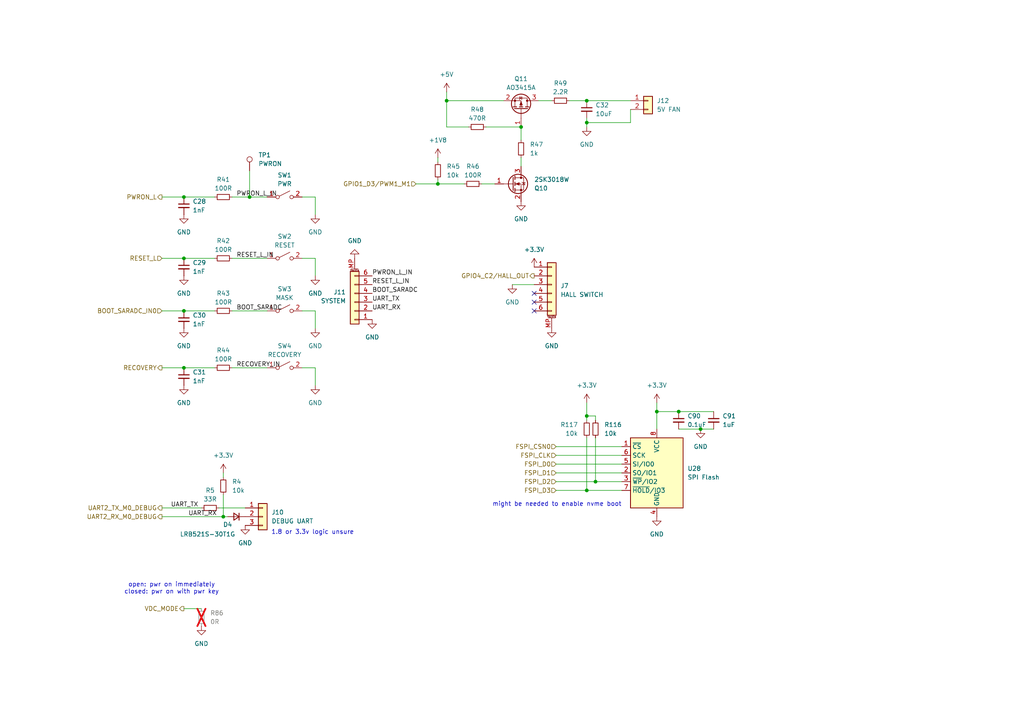
<source format=kicad_sch>
(kicad_sch (version 20240417) (generator "eeschema") (generator_version "8.99")
  (paper "A4")
  (title_block (title "anyon e") (date "2024-06-12") (rev "V0.1") (company "Byran Huang") (comment 4 "Proof of concept board for feature verification"))
  (lib_symbols
    (symbol "Connector:TestPoint" (pin_numbers hide) (pin_names (offset 0.762) hide)
      (property "Reference" "TP" (at 0 6.858 0))
      (property "Value" "TestPoint" (at 0 5.08 0))
      (symbol "TestPoint_0_1"
        (circle (center 0 3.302) (radius 0.762))
      )
      (symbol "TestPoint_1_1"
        (pin passive line (at 0 0 90) (length 2.54) (name "1") (number "1"))
      )
    )
    (symbol "Connector_Generic:Conn_01x02" (pin_names (offset 1.016) hide)
      (property "Reference" "J" (at 0 2.54 0))
      (property "Value" "Conn_01x02" (at 0 -5.08 0))
      (symbol "Conn_01x02_1_1"
        (rectangle (start -1.27 1.27) (end 1.27 -3.81) (stroke (width 0.254)) (fill (type background)))
        (rectangle (start -1.27 0.127) (end 0 -0.127) (stroke (width 0.1524)))
        (rectangle (start -1.27 -2.413) (end 0 -2.667) (stroke (width 0.1524)))
        (pin passive line (at -5.08 0 0) (length 3.81) (name "Pin_1") (number "1"))
        (pin passive line (at -5.08 -2.54 0) (length 3.81) (name "Pin_2") (number "2"))
      )
    )
    (symbol "Connector_Generic:Conn_01x03" (pin_names (offset 1.016) hide)
      (property "Reference" "J" (at 0 5.08 0))
      (property "Value" "Conn_01x03" (at 0 -5.08 0))
      (symbol "Conn_01x03_1_1"
        (rectangle (start -1.27 3.81) (end 1.27 -3.81) (stroke (width 0.254)) (fill (type background)))
        (rectangle (start -1.27 2.667) (end 0 2.413) (stroke (width 0.1524)))
        (rectangle (start -1.27 0.127) (end 0 -0.127) (stroke (width 0.1524)))
        (rectangle (start -1.27 -2.413) (end 0 -2.667) (stroke (width 0.1524)))
        (pin passive line (at -5.08 2.54 0) (length 3.81) (name "Pin_1") (number "1"))
        (pin passive line (at -5.08 0 0) (length 3.81) (name "Pin_2") (number "2"))
        (pin passive line (at -5.08 -2.54 0) (length 3.81) (name "Pin_3") (number "3"))
      )
    )
    (symbol "Connector_Generic_MountingPin:Conn_01x06_MountingPin" (pin_names (offset 1.016) hide)
      (property "Reference" "J" (at 0 7.62 0))
      (property "Value" "Conn_01x06_MountingPin" (at 1.27 -10.16 0))
      (symbol "Conn_01x06_MountingPin_1_1"
        (rectangle (start -1.27 6.35) (end 1.27 -8.89) (stroke (width 0.254)) (fill (type background)))
        (rectangle (start -1.27 5.207) (end 0 4.953) (stroke (width 0.1524)))
        (rectangle (start -1.27 2.667) (end 0 2.413) (stroke (width 0.1524)))
        (rectangle (start -1.27 0.127) (end 0 -0.127) (stroke (width 0.1524)))
        (rectangle (start -1.27 -2.413) (end 0 -2.667) (stroke (width 0.1524)))
        (rectangle (start -1.27 -4.953) (end 0 -5.207) (stroke (width 0.1524)))
        (rectangle (start -1.27 -7.493) (end 0 -7.747) (stroke (width 0.1524)))
        (polyline (pts (xy -1.016 -9.652) (xy 1.016 -9.652)) (stroke (width 0.1524)))
        (text "Mounting" (at 0 -9.271 0) (effects (font (size 0.381 0.381))))
        (pin passive line (at -5.08 5.08 0) (length 3.81) (name "Pin_1") (number "1"))
        (pin passive line (at -5.08 2.54 0) (length 3.81) (name "Pin_2") (number "2"))
        (pin passive line (at -5.08 0 0) (length 3.81) (name "Pin_3") (number "3"))
        (pin passive line (at -5.08 -2.54 0) (length 3.81) (name "Pin_4") (number "4"))
        (pin passive line (at -5.08 -5.08 0) (length 3.81) (name "Pin_5") (number "5"))
        (pin passive line (at -5.08 -7.62 0) (length 3.81) (name "Pin_6") (number "6"))
        (pin passive line (at 0 -12.7 90) (length 3.048) (name "MountPin") (number "MP"))
      )
    )
    (symbol "Device:C_Small" (pin_numbers hide) (pin_names (offset 0.254) hide)
      (property "Reference" "C" (at 0.254 1.778 0))
      (property "Value" "C_Small" (at 0.254 -2.032 0))
      (symbol "C_Small_0_1"
        (polyline (pts (xy -1.524 0.508) (xy 1.524 0.508)) (stroke (width 0.3048)))
        (polyline (pts (xy -1.524 -0.508) (xy 1.524 -0.508)) (stroke (width 0.3302)))
      )
      (symbol "C_Small_1_1"
        (pin passive line (at 0 2.54 270) (length 2.032) (name "~") (number "1"))
        (pin passive line (at 0 -2.54 90) (length 2.032) (name "~") (number "2"))
      )
    )
    (symbol "Device:D_Small" (pin_numbers hide) (pin_names (offset 0.254) hide)
      (property "Reference" "D" (at -1.27 2.032 0))
      (property "Value" "D_Small" (at -3.81 -2.032 0))
      (symbol "D_Small_0_1"
        (polyline (pts (xy -0.762 0) (xy 0.762 0)))
        (polyline (pts (xy -0.762 -1.016) (xy -0.762 1.016)) (stroke (width 0.254)))
        (polyline (pts (xy 0.762 -1.016) (xy -0.762 0) (xy 0.762 1.016) (xy 0.762 -1.016)) (stroke (width 0.254)))
      )
      (symbol "D_Small_1_1"
        (pin passive line (at -2.54 0 0) (length 1.778) (name "K") (number "1"))
        (pin passive line (at 2.54 0 180) (length 1.778) (name "A") (number "2"))
      )
    )
    (symbol "Device:Q_PMOS_GSD" (pin_names (offset 0) hide)
      (property "Reference" "Q" (at 5.08 1.27 0))
      (property "Value" "Q_PMOS_GSD" (at 5.08 -1.27 0))
      (symbol "Q_PMOS_GSD_0_1"
        (polyline (pts (xy 0.254 1.905) (xy 0.254 -1.905)) (stroke (width 0.254)))
        (polyline (pts (xy 0.254 0) (xy -2.54 0)))
        (polyline (pts (xy 0.762 2.286) (xy 0.762 1.27)) (stroke (width 0.254)))
        (polyline (pts (xy 0.762 1.778) (xy 3.302 1.778) (xy 3.302 -1.778) (xy 0.762 -1.778)))
        (polyline (pts (xy 0.762 0.508) (xy 0.762 -0.508)) (stroke (width 0.254)))
        (polyline (pts (xy 0.762 -1.27) (xy 0.762 -2.286)) (stroke (width 0.254)))
        (circle (center 1.651 0) (radius 2.794) (stroke (width 0.254)))
        (polyline (pts (xy 2.286 0) (xy 1.27 0.381) (xy 1.27 -0.381) (xy 2.286 0)) (fill (type outline)))
        (polyline (pts (xy 2.54 2.54) (xy 2.54 1.778)))
        (circle (center 2.54 1.778) (radius 0.254) (fill (type outline)))
        (circle (center 2.54 -1.778) (radius 0.254) (fill (type outline)))
        (polyline (pts (xy 2.54 -2.54) (xy 2.54 0) (xy 0.762 0)))
        (polyline (pts (xy 2.794 -0.508) (xy 2.921 -0.381) (xy 3.683 -0.381) (xy 3.81 -0.254)))
        (polyline (pts (xy 3.302 -0.381) (xy 2.921 0.254) (xy 3.683 0.254) (xy 3.302 -0.381)))
      )
      (symbol "Q_PMOS_GSD_1_1"
        (pin input line (at -5.08 0 0) (length 2.54) (name "G") (number "1"))
        (pin passive line (at 2.54 -5.08 90) (length 2.54) (name "S") (number "2"))
        (pin passive line (at 2.54 5.08 270) (length 2.54) (name "D") (number "3"))
      )
    )
    (symbol "Device:R_Small" (pin_numbers hide) (pin_names (offset 0.254) hide)
      (property "Reference" "R" (at 0.762 0.508 0))
      (property "Value" "R_Small" (at 0.762 -1.016 0))
      (symbol "R_Small_0_1"
        (rectangle (start -0.762 1.778) (end 0.762 -1.778) (stroke (width 0.2032)))
      )
      (symbol "R_Small_1_1"
        (pin passive line (at 0 2.54 270) (length 0.762) (name "~") (number "1"))
        (pin passive line (at 0 -2.54 90) (length 0.762) (name "~") (number "2"))
      )
    )
    (symbol "Memory_Flash:AT25SF081-SSHF-X"
      (property "Reference" "U" (at 2.54 12.7 0))
      (property "Value" "AT25SF081-SSHF-X" (at 10.16 10.16 0))
      (symbol "AT25SF081-SSHF-X_0_1"
        (rectangle (start -7.62 10.16) (end 7.62 -10.16) (stroke (width 0.254)) (fill (type background)))
      )
      (symbol "AT25SF081-SSHF-X_1_1"
        (pin input line (at -10.16 7.62 0) (length 2.54) (name "~{CS}") (number "1"))
        (pin bidirectional line (at -10.16 0 0) (length 2.54) (name "SO/IO1") (number "2"))
        (pin bidirectional line (at -10.16 -2.54 0) (length 2.54) (name "~{WP}/IO2") (number "3"))
        (pin power_in line (at 0 -12.7 90) (length 2.54) (name "GND") (number "4"))
        (pin bidirectional line (at -10.16 2.54 0) (length 2.54) (name "SI/IO0") (number "5"))
        (pin input line (at -10.16 5.08 0) (length 2.54) (name "SCK") (number "6"))
        (pin bidirectional line (at -10.16 -5.08 0) (length 2.54) (name "~{HOLD}/IO3") (number "7"))
        (pin power_in line (at 0 12.7 270) (length 2.54) (name "VCC") (number "8"))
      )
    )
    (symbol "Switch:SW_SPST" (pin_names (offset 0) hide)
      (property "Reference" "SW" (at 0 3.175 0))
      (property "Value" "SW_SPST" (at 0 -2.54 0))
      (symbol "SW_SPST_0_0"
        (circle (center -2.032 0) (radius 0.508))
        (polyline (pts (xy -1.524 0.254) (xy 1.524 1.778)))
        (circle (center 2.032 0) (radius 0.508))
      )
      (symbol "SW_SPST_1_1"
        (pin passive line (at -5.08 0 0) (length 2.54) (name "A") (number "1"))
        (pin passive line (at 5.08 0 180) (length 2.54) (name "B") (number "2"))
      )
    )
    (symbol "Transistor_FET:BSS214NW" (pin_names hide)
      (property "Reference" "Q" (at 5.08 1.905 0))
      (property "Value" "BSS214NW" (at 5.08 0 0))
      (symbol "BSS214NW_0_1"
        (polyline (pts (xy 0.254 1.905) (xy 0.254 -1.905)) (stroke (width 0.254)))
        (polyline (pts (xy 0.254 0) (xy -2.54 0)))
        (polyline (pts (xy 0.762 2.286) (xy 0.762 1.27)) (stroke (width 0.254)))
        (polyline (pts (xy 0.762 0.508) (xy 0.762 -0.508)) (stroke (width 0.254)))
        (polyline (pts (xy 0.762 -1.27) (xy 0.762 -2.286)) (stroke (width 0.254)))
        (polyline (pts (xy 0.762 -1.778) (xy 3.302 -1.778) (xy 3.302 1.778) (xy 0.762 1.778)))
        (polyline (pts (xy 1.016 0) (xy 2.032 0.381) (xy 2.032 -0.381) (xy 1.016 0)) (fill (type outline)))
        (circle (center 1.651 0) (radius 2.794) (stroke (width 0.254)))
        (polyline (pts (xy 2.54 2.54) (xy 2.54 1.778)))
        (circle (center 2.54 1.778) (radius 0.254) (fill (type outline)))
        (circle (center 2.54 -1.778) (radius 0.254) (fill (type outline)))
        (polyline (pts (xy 2.54 -2.54) (xy 2.54 0) (xy 0.762 0)))
        (polyline (pts (xy 2.794 0.508) (xy 2.921 0.381) (xy 3.683 0.381) (xy 3.81 0.254)))
        (polyline (pts (xy 3.302 0.381) (xy 2.921 -0.254) (xy 3.683 -0.254) (xy 3.302 0.381)))
      )
      (symbol "BSS214NW_1_1"
        (pin input line (at -5.08 0 0) (length 2.54) (name "G") (number "1"))
        (pin passive line (at 2.54 -5.08 90) (length 2.54) (name "S") (number "2"))
        (pin passive line (at 2.54 5.08 270) (length 2.54) (name "D") (number "3"))
      )
    )
    (symbol "power:+1V8" (power) (pin_numbers hide) (pin_names (offset 0) hide)
      (property "Value" "+1V8" (at 0 3.556 0))
      (symbol "+1V8_0_1"
        (polyline (pts (xy -0.762 1.27) (xy 0 2.54)))
        (polyline (pts (xy 0 2.54) (xy 0.762 1.27)))
        (polyline (pts (xy 0 0) (xy 0 2.54)))
      )
      (symbol "+1V8_1_1"
        (pin power_in line (at 0 0 90) (length 0) (name "~") (number "1"))
      )
    )
    (symbol "power:+3.3V" (power) (pin_numbers hide) (pin_names (offset 0) hide)
      (property "Value" "+3.3V" (at 0 3.556 0))
      (symbol "+3.3V_0_1"
        (polyline (pts (xy -0.762 1.27) (xy 0 2.54)))
        (polyline (pts (xy 0 2.54) (xy 0.762 1.27)))
        (polyline (pts (xy 0 0) (xy 0 2.54)))
      )
      (symbol "+3.3V_1_1"
        (pin power_in line (at 0 0 90) (length 0) (name "~") (number "1"))
      )
    )
    (symbol "power:+5V" (power) (pin_numbers hide) (pin_names (offset 0) hide)
      (property "Value" "+5V" (at 0 3.556 0))
      (symbol "+5V_0_1"
        (polyline (pts (xy -0.762 1.27) (xy 0 2.54)))
        (polyline (pts (xy 0 2.54) (xy 0.762 1.27)))
        (polyline (pts (xy 0 0) (xy 0 2.54)))
      )
      (symbol "+5V_1_1"
        (pin power_in line (at 0 0 90) (length 0) (name "~") (number "1"))
      )
    )
    (symbol "power:GND" (power) (pin_numbers hide) (pin_names (offset 0) hide)
      (property "Value" "GND" (at 0 -3.81 0))
      (symbol "GND_0_1"
        (polyline (pts (xy 0 0) (xy 0 -1.27) (xy 1.27 -1.27) (xy 0 -2.54) (xy -1.27 -1.27) (xy 0 -1.27)))
      )
      (symbol "GND_1_1"
        (pin power_in line (at 0 0 270) (length 0) (name "~") (number "1"))
      )
    )
  )
  (text "1.8 or 3.3v logic unsure" (at 90.678 154.432 0) (effects (font (size 1.27 1.27))))
  (text "open: pwr on immediately\nclosed: pwr on with pwr key" (at 49.784 170.688 0) (effects (font (size 1.27 1.27))))
  (text "might be needed to enable nvme boot" (at 161.544 146.304 0) (effects (font (size 1.27 1.27))))
  (junction (at 170.18 35.56))
  (junction (at 53.34 74.93))
  (junction (at 170.18 142.24))
  (junction (at 72.39 57.15))
  (junction (at 53.34 57.15))
  (junction (at 203.2 124.46))
  (junction (at 172.72 139.7))
  (junction (at 170.18 29.21))
  (junction (at 170.18 120.65))
  (junction (at 64.77 149.86))
  (junction (at 190.5 119.38))
  (junction (at 53.34 90.17))
  (junction (at 53.34 106.68))
  (junction (at 129.54 29.21))
  (junction (at 151.13 36.83))
  (junction (at 196.85 119.38))
  (junction (at 127 53.34))
  (no_connect (at 154.94 85.09))
  (no_connect (at 154.94 87.63))
  (no_connect (at 154.94 90.17))
  (wire (pts (xy 67.31 74.93) (xy 77.47 74.93)))
  (wire (pts (xy 53.34 176.53) (xy 58.42 176.53)))
  (wire (pts (xy 161.29 132.08) (xy 180.34 132.08)))
  (wire (pts (xy 67.31 106.68) (xy 77.47 106.68)))
  (wire (pts (xy 53.34 106.68) (xy 62.23 106.68)))
  (wire (pts (xy 151.13 36.83) (xy 151.13 40.64)))
  (wire (pts (xy 91.44 90.17) (xy 91.44 95.25)))
  (wire (pts (xy 127 53.34) (xy 134.62 53.34)))
  (wire (pts (xy 64.77 149.86) (xy 66.04 149.86)))
  (wire (pts (xy 161.29 142.24) (xy 170.18 142.24)))
  (wire (pts (xy 91.44 74.93) (xy 91.44 80.01)))
  (wire (pts (xy 182.88 35.56) (xy 170.18 35.56)))
  (wire (pts (xy 46.99 90.17) (xy 53.34 90.17)))
  (wire (pts (xy 64.77 149.86) (xy 64.77 143.51)))
  (wire (pts (xy 53.34 74.93) (xy 62.23 74.93)))
  (wire (pts (xy 46.99 147.32) (xy 58.42 147.32)))
  (wire (pts (xy 139.7 53.34) (xy 143.51 53.34)))
  (wire (pts (xy 129.54 36.83) (xy 129.54 29.21)))
  (wire (pts (xy 135.89 36.83) (xy 129.54 36.83)))
  (wire (pts (xy 53.34 90.17) (xy 62.23 90.17)))
  (wire (pts (xy 161.29 134.62) (xy 180.34 134.62)))
  (wire (pts (xy 91.44 57.15) (xy 87.63 57.15)))
  (wire (pts (xy 151.13 45.72) (xy 151.13 48.26)))
  (wire (pts (xy 161.29 129.54) (xy 180.34 129.54)))
  (wire (pts (xy 203.2 124.46) (xy 207.01 124.46)))
  (wire (pts (xy 170.18 120.65) (xy 170.18 121.92)))
  (wire (pts (xy 170.18 29.21) (xy 182.88 29.21)))
  (wire (pts (xy 91.44 106.68) (xy 87.63 106.68)))
  (wire (pts (xy 170.18 127) (xy 170.18 142.24)))
  (wire (pts (xy 190.5 119.38) (xy 190.5 124.46)))
  (wire (pts (xy 156.21 29.21) (xy 160.02 29.21)))
  (wire (pts (xy 182.88 31.75) (xy 182.88 35.56)))
  (wire (pts (xy 127 52.07) (xy 127 53.34)))
  (wire (pts (xy 140.97 36.83) (xy 151.13 36.83)))
  (wire (pts (xy 172.72 139.7) (xy 180.34 139.7)))
  (wire (pts (xy 127 46.99) (xy 127 45.72)))
  (wire (pts (xy 72.39 49.53) (xy 72.39 57.15)))
  (wire (pts (xy 53.34 57.15) (xy 62.23 57.15)))
  (wire (pts (xy 170.18 36.83) (xy 170.18 35.56)))
  (wire (pts (xy 72.39 57.15) (xy 77.47 57.15)))
  (wire (pts (xy 196.85 124.46) (xy 203.2 124.46)))
  (wire (pts (xy 172.72 120.65) (xy 172.72 121.92)))
  (wire (pts (xy 91.44 74.93) (xy 87.63 74.93)))
  (wire (pts (xy 190.5 119.38) (xy 196.85 119.38)))
  (wire (pts (xy 64.77 138.43) (xy 64.77 137.16)))
  (wire (pts (xy 170.18 35.56) (xy 170.18 34.29)))
  (wire (pts (xy 46.99 106.68) (xy 53.34 106.68)))
  (wire (pts (xy 120.65 53.34) (xy 127 53.34)))
  (wire (pts (xy 172.72 127) (xy 172.72 139.7)))
  (wire (pts (xy 67.31 57.15) (xy 72.39 57.15)))
  (wire (pts (xy 148.59 82.55) (xy 154.94 82.55)))
  (wire (pts (xy 196.85 119.38) (xy 207.01 119.38)))
  (wire (pts (xy 170.18 116.84) (xy 170.18 120.65)))
  (wire (pts (xy 146.05 29.21) (xy 129.54 29.21)))
  (wire (pts (xy 63.5 147.32) (xy 71.12 147.32)))
  (wire (pts (xy 129.54 29.21) (xy 129.54 26.67)))
  (wire (pts (xy 165.1 29.21) (xy 170.18 29.21)))
  (wire (pts (xy 161.29 137.16) (xy 180.34 137.16)))
  (wire (pts (xy 46.99 149.86) (xy 64.77 149.86)))
  (wire (pts (xy 170.18 142.24) (xy 180.34 142.24)))
  (wire (pts (xy 67.31 90.17) (xy 77.47 90.17)))
  (wire (pts (xy 170.18 120.65) (xy 172.72 120.65)))
  (wire (pts (xy 46.99 74.93) (xy 53.34 74.93)))
  (wire (pts (xy 190.5 116.84) (xy 190.5 119.38)))
  (wire (pts (xy 46.99 57.15) (xy 53.34 57.15)))
  (wire (pts (xy 91.44 57.15) (xy 91.44 62.23)))
  (wire (pts (xy 91.44 90.17) (xy 87.63 90.17)))
  (wire (pts (xy 161.29 139.7) (xy 172.72 139.7)))
  (wire (pts (xy 91.44 106.68) (xy 91.44 111.76)))
  (label "PWRON_L_IN" (at 68.58 57.15 0))
  (label "UART_RX" (at 107.95 90.17 0))
  (label "RESET_L_IN" (at 107.95 82.55 0))
  (label "BOOT_SARADC" (at 68.58 90.17 0))
  (label "UART_TX" (at 49.53 147.32 0))
  (label "RESET_L_IN" (at 68.58 74.93 0))
  (label "BOOT_SARADC" (at 107.95 85.09 0))
  (label "UART_RX" (at 54.61 149.86 0))
  (label "UART_TX" (at 107.95 87.63 0))
  (label "RECOVERY_IN" (at 68.58 106.68 0))
  (label "PWRON_L_IN" (at 107.95 80.01 0))
  (hierarchical_label "RECOVERY" (shape output) (at 46.99 106.68 180))
  (hierarchical_label "UART2_TX_M0_DEBUG" (shape output) (at 46.99 147.32 180))
  (hierarchical_label "VDC_MODE" (shape output) (at 53.34 176.53 180))
  (hierarchical_label "FSPI_D0" (shape input) (at 161.29 134.62 180))
  (hierarchical_label "FSPI_CSN0" (shape input) (at 161.29 129.54 180))
  (hierarchical_label "UART2_RX_M0_DEBUG" (shape output) (at 46.99 149.86 180))
  (hierarchical_label "GPIO1_D3{slash}PWM1_M1" (shape input) (at 120.65 53.34 180))
  (hierarchical_label "GPIO4_C2{slash}HALL_OUT" (shape output) (at 154.94 80.01 180))
  (hierarchical_label "RESET_L" (shape input) (at 46.99 74.93 180))
  (hierarchical_label "FSPI_D3" (shape input) (at 161.29 142.24 180))
  (hierarchical_label "BOOT_SARADC_IN0" (shape input) (at 46.99 90.17 180))
  (hierarchical_label "FSPI_D1" (shape input) (at 161.29 137.16 180))
  (hierarchical_label "FSPI_CLK" (shape input) (at 161.29 132.08 180))
  (hierarchical_label "PWRON_L" (shape output) (at 46.99 57.15 180))
  (hierarchical_label "FSPI_D2" (shape input) (at 161.29 139.7 180))
  (symbol (lib_id "Device:R_Small") (at 64.77 74.93 90) (unit 1)
    (property "Reference" "R42" (at 64.77 69.85 90))
    (property "Value" "100R" (at 64.77 72.39 90))
    (property "Footprint" "Resistor_SMD:R_0402_1005Metric" (effects (hide yes)))
    (property "Description" "Resistor, small symbol" (effects (hide yes)))
  )
  (symbol (lib_id "power:+3.3V") (at 190.5 116.84 0) (unit 1)
    (property "Reference" "#PWR0142" (effects (hide yes)))
    (property "Value" "+3.3V" (at 190.5 111.76 0))
    (property "Description" "Power symbol creates a global label with name \"+3.3V\"" (effects (hide yes)))
  )
  (symbol (lib_id "Device:D_Small") (at 68.58 149.86 180) (unit 1)
    (property "Reference" "D4" (at 66.04 152.146 0))
    (property "Value" "LRB521S-30T1G" (at 60.198 154.94 0))
    (property "Footprint" "Diode_SMD:D_SOD-523" (effects (hide yes)))
    (property "Description" "Diode, small symbol" (effects (hide yes)))
    (property "Sim.Device" "D" (effects (hide yes)))
    (property "Sim.Pins" "1=K 2=A" (effects (hide yes)))
  )
  (symbol (lib_id "Connector_Generic_MountingPin:Conn_01x06_MountingPin") (at 160.02 82.55 0) (unit 1)
    (property "Reference" "J7" (at 162.56 82.9055 0) (effects (justify left)))
    (property "Value" "HALL SWITCH" (at 162.56 85.4455 0) (effects (justify left)))
    (property "Footprint" "6P_05mm_FPC:FPC-SMD_6P-P0.50_XUNPU_FPC-05F-6PH20" (effects (hide yes)))
    (property "Description" "Generic connectable mounting pin connector, single row, 01x06, script generated (kicad-library-utils/schlib/autogen/connector/)" (effects (hide yes)))
  )
  (symbol (lib_id "Device:C_Small") (at 170.18 31.75 0) (unit 1)
    (property "Reference" "C32" (at 172.72 30.4862 0) (effects (justify left)))
    (property "Value" "10uF" (at 172.72 33.0262 0) (effects (justify left)))
    (property "Footprint" "Capacitor_SMD:C_0603_1608Metric" (effects (hide yes)))
    (property "Description" "Unpolarized capacitor, small symbol" (effects (hide yes)))
  )
  (symbol (lib_id "Device:R_Small") (at 127 49.53 0) (unit 1)
    (property "Reference" "R45" (at 129.54 48.2599 0) (effects (justify left)))
    (property "Value" "10k" (at 129.54 50.7999 0) (effects (justify left)))
    (property "Footprint" "Resistor_SMD:R_0402_1005Metric" (effects (hide yes)))
    (property "Description" "Resistor, small symbol" (effects (hide yes)))
  )
  (symbol (lib_id "Device:R_Small") (at 137.16 53.34 90) (unit 1)
    (property "Reference" "R46" (at 137.16 48.26 90))
    (property "Value" "100R" (at 137.16 50.8 90))
    (property "Footprint" "Resistor_SMD:R_0402_1005Metric" (effects (hide yes)))
    (property "Description" "Resistor, small symbol" (effects (hide yes)))
  )
  (symbol (lib_id "Transistor_FET:BSS214NW") (at 148.59 53.34 0) (unit 1)
    (property "Reference" "Q10" (at 154.94 54.6101 0) (effects (justify left)))
    (property "Value" "2SK3018W" (at 154.94 52.0701 0) (effects (justify left)))
    (property "Footprint" "Package_TO_SOT_SMD:SOT-323_SC-70" (effects (hide yes)))
    (property "Datasheet" "https://www.infineon.com/dgdl/Infineon-BSS214NW-DS-v02_02-en.pdf?fileId=db3a30431b3e89eb011b695aebc01bde" (effects (hide yes)))
    (property "Description" "20V Vds, 1.5A Id, N-Channel MOSFET, SOT-323" (effects (hide yes)))
  )
  (symbol (lib_id "power:+3.3V") (at 154.94 77.47 0) (unit 1)
    (property "Reference" "#PWR074" (effects (hide yes)))
    (property "Value" "+3.3V" (at 154.94 72.39 0))
    (property "Description" "Power symbol creates a global label with name \"+3.3V\"" (effects (hide yes)))
  )
  (symbol (lib_id "power:GND") (at 148.59 82.55 0) (unit 1)
    (property "Reference" "#PWR075" (effects (hide yes)))
    (property "Value" "GND" (at 148.59 87.63 0))
    (property "Description" "Power symbol creates a global label with name \"GND\" , ground" (effects (hide yes)))
  )
  (symbol (lib_id "power:GND") (at 91.44 62.23 0) (unit 1)
    (property "Reference" "#PWR055" (effects (hide yes)))
    (property "Value" "GND" (at 91.44 67.31 0))
    (property "Description" "Power symbol creates a global label with name \"GND\" , ground" (effects (hide yes)))
  )
  (symbol (lib_id "power:GND") (at 53.34 111.76 0) (unit 1)
    (property "Reference" "#PWR062" (effects (hide yes)))
    (property "Value" "GND" (at 53.34 116.84 0))
    (property "Description" "Power symbol creates a global label with name \"GND\" , ground" (effects (hide yes)))
  )
  (symbol (lib_id "power:GND") (at 58.42 181.61 0) (unit 1)
    (property "Reference" "#PWR067" (effects (hide yes)))
    (property "Value" "GND" (at 58.42 186.69 0))
    (property "Description" "Power symbol creates a global label with name \"GND\" , ground" (effects (hide yes)))
  )
  (symbol (lib_id "Device:C_Small") (at 53.34 59.69 0) (unit 1)
    (property "Reference" "C28" (at 55.88 58.4262 0) (effects (justify left)))
    (property "Value" "1nF" (at 55.88 60.9662 0) (effects (justify left)))
    (property "Footprint" "Capacitor_SMD:C_0402_1005Metric" (effects (hide yes)))
    (property "Description" "Unpolarized capacitor, small symbol" (effects (hide yes)))
  )
  (symbol (lib_id "power:GND") (at 160.02 95.25 0) (unit 1)
    (property "Reference" "#PWR073" (effects (hide yes)))
    (property "Value" "GND" (at 160.02 100.33 0))
    (property "Description" "Power symbol creates a global label with name \"GND\" , ground" (effects (hide yes)))
  )
  (symbol (lib_id "power:GND") (at 203.2 124.46 0) (unit 1)
    (property "Reference" "#PWR0143" (effects (hide yes)))
    (property "Value" "GND" (at 203.2 129.54 0))
    (property "Description" "Power symbol creates a global label with name \"GND\" , ground" (effects (hide yes)))
  )
  (symbol (lib_id "Device:R_Small") (at 172.72 124.46 0) (unit 1)
    (property "Reference" "R116" (at 175.26 123.1899 0) (effects (justify left)))
    (property "Value" "10k" (at 175.26 125.7299 0) (effects (justify left)))
    (property "Footprint" "Resistor_SMD:R_0402_1005Metric" (effects (hide yes)))
    (property "Description" "Resistor, small symbol" (effects (hide yes)))
  )
  (symbol (lib_id "Switch:SW_SPST") (at 82.55 74.93 0) (unit 1)
    (property "Reference" "SW2" (at 82.55 68.58 0))
    (property "Value" "RESET" (at 82.55 71.12 0))
    (property "Footprint" "Button_Switch_SMD:SW_Push_1P1T_XKB_TS-1187A" (effects (hide yes)))
    (property "Description" "Single Pole Single Throw (SPST) switch" (effects (hide yes)))
  )
  (symbol (lib_id "power:GND") (at 170.18 36.83 0) (unit 1)
    (property "Reference" "#PWR071" (effects (hide yes)))
    (property "Value" "GND" (at 170.18 41.91 0))
    (property "Description" "Power symbol creates a global label with name \"GND\" , ground" (effects (hide yes)))
  )
  (symbol (lib_id "power:GND") (at 91.44 95.25 0) (unit 1)
    (property "Reference" "#PWR061" (effects (hide yes)))
    (property "Value" "GND" (at 91.44 100.33 0))
    (property "Description" "Power symbol creates a global label with name \"GND\" , ground" (effects (hide yes)))
  )
  (symbol (lib_id "power:+5V") (at 129.54 26.67 0) (unit 1)
    (property "Reference" "#PWR070" (effects (hide yes)))
    (property "Value" "+5V" (at 129.54 21.59 0))
    (property "Description" "Power symbol creates a global label with name \"+5V\"" (effects (hide yes)))
  )
  (symbol (lib_id "power:GND") (at 151.13 58.42 0) (unit 1)
    (property "Reference" "#PWR069" (effects (hide yes)))
    (property "Value" "GND" (at 151.13 63.5 0))
    (property "Description" "Power symbol creates a global label with name \"GND\" , ground" (effects (hide yes)))
  )
  (symbol (lib_id "power:GND") (at 53.34 95.25 0) (unit 1)
    (property "Reference" "#PWR060" (effects (hide yes)))
    (property "Value" "GND" (at 53.34 100.33 0))
    (property "Description" "Power symbol creates a global label with name \"GND\" , ground" (effects (hide yes)))
  )
  (symbol (lib_id "power:GND") (at 91.44 80.01 0) (unit 1)
    (property "Reference" "#PWR059" (effects (hide yes)))
    (property "Value" "GND" (at 91.44 85.09 0))
    (property "Description" "Power symbol creates a global label with name \"GND\" , ground" (effects (hide yes)))
  )
  (symbol (lib_id "Device:R_Small") (at 151.13 43.18 0) (unit 1)
    (property "Reference" "R47" (at 153.67 41.9099 0) (effects (justify left)))
    (property "Value" "1k" (at 153.67 44.4499 0) (effects (justify left)))
    (property "Footprint" "Resistor_SMD:R_0402_1005Metric" (effects (hide yes)))
    (property "Description" "Resistor, small symbol" (effects (hide yes)))
  )
  (symbol (lib_id "Switch:SW_SPST") (at 82.55 106.68 0) (unit 1)
    (property "Reference" "SW4" (at 82.55 100.33 0))
    (property "Value" "RECOVERY" (at 82.55 102.87 0))
    (property "Footprint" "Button_Switch_SMD:SW_Push_1P1T_XKB_TS-1187A" (effects (hide yes)))
    (property "Description" "Single Pole Single Throw (SPST) switch" (effects (hide yes)))
  )
  (symbol (lib_id "Device:R_Small") (at 64.77 140.97 180) (unit 1)
    (property "Reference" "R4" (at 67.31 139.6999 0) (effects (justify right)))
    (property "Value" "10k" (at 67.31 142.2399 0) (effects (justify right)))
    (property "Footprint" "Resistor_SMD:R_0402_1005Metric" (effects (hide yes)))
    (property "Description" "Resistor, small symbol" (effects (hide yes)))
  )
  (symbol (lib_id "Device:R_Small") (at 64.77 57.15 90) (unit 1)
    (property "Reference" "R41" (at 64.77 52.07 90))
    (property "Value" "100R" (at 64.77 54.61 90))
    (property "Footprint" "Resistor_SMD:R_0402_1005Metric" (effects (hide yes)))
    (property "Description" "Resistor, small symbol" (effects (hide yes)))
  )
  (symbol (lib_id "Connector_Generic:Conn_01x02") (at 187.96 29.21 0) (unit 1)
    (property "Reference" "J12" (at 190.5 29.2099 0) (effects (justify left)))
    (property "Value" "5V FAN" (at 190.5 31.7499 0) (effects (justify left)))
    (property "Footprint" "Connector_PinHeader_2.54mm:PinHeader_1x02_P2.54mm_Vertical" (effects (hide yes)))
    (property "Description" "Generic connector, single row, 01x02, script generated (kicad-library-utils/schlib/autogen/connector/)" (effects (hide yes)))
  )
  (symbol (lib_id "Connector_Generic_MountingPin:Conn_01x06_MountingPin") (at 102.87 87.63 180) (unit 1)
    (property "Reference" "J11" (at 100.33 84.7343 0) (effects (justify left)))
    (property "Value" "SYSTEM" (at 100.33 87.2743 0) (effects (justify left)))
    (property "Footprint" "6P_05mm_FPC:FPC-SMD_6P-P0.50_XUNPU_FPC-05F-6PH20" (effects (hide yes)))
    (property "Description" "Generic connectable mounting pin connector, single row, 01x06, script generated (kicad-library-utils/schlib/autogen/connector/)" (effects (hide yes)))
  )
  (symbol (lib_id "Device:R_Small") (at 64.77 106.68 90) (unit 1)
    (property "Reference" "R44" (at 64.77 101.6 90))
    (property "Value" "100R" (at 64.77 104.14 90))
    (property "Footprint" "Resistor_SMD:R_0402_1005Metric" (effects (hide yes)))
    (property "Description" "Resistor, small symbol" (effects (hide yes)))
  )
  (symbol (lib_id "Device:C_Small") (at 207.01 121.92 0) (unit 1)
    (property "Reference" "C91" (at 209.55 120.6562 0) (effects (justify left)))
    (property "Value" "1uF" (at 209.55 123.1962 0) (effects (justify left)))
    (property "Footprint" "Capacitor_SMD:C_0402_1005Metric" (effects (hide yes)))
    (property "Description" "Unpolarized capacitor, small symbol" (effects (hide yes)))
  )
  (symbol (lib_id "Memory_Flash:AT25SF081-SSHF-X") (at 190.5 137.16 0) (unit 1)
    (property "Reference" "U28" (at 199.39 135.8899 0) (effects (justify left)))
    (property "Value" "SPI Flash" (at 199.39 138.4299 0) (effects (justify left)))
    (property "Footprint" "Package_SO:SOIC-8_3.9x4.9mm_P1.27mm" (effects (hide yes)))
    (property "Datasheet" "https://www.adestotech.com/wp-content/uploads/DS-AT25SF081_045.pdf" (effects (hide yes)))
    (property "Description" "8-Mbit, 2.3V Minimum SPI Serial Flash Memory with Dual-I/O and Quad-I/O Support, SOIC-8" (effects (hide yes)))
  )
  (symbol (lib_id "Device:R_Small") (at 64.77 90.17 90) (unit 1)
    (property "Reference" "R43" (at 64.77 85.09 90))
    (property "Value" "100R" (at 64.77 87.63 90))
    (property "Footprint" "Resistor_SMD:R_0402_1005Metric" (effects (hide yes)))
    (property "Description" "Resistor, small symbol" (effects (hide yes)))
  )
  (symbol (lib_id "Switch:SW_SPST") (at 82.55 57.15 0) (unit 1)
    (property "Reference" "SW1" (at 82.55 50.8 0))
    (property "Value" "PWR" (at 82.55 53.34 0))
    (property "Footprint" "Button_Switch_SMD:SW_Push_1P1T_XKB_TS-1187A" (effects (hide yes)))
    (property "Description" "Single Pole Single Throw (SPST) switch" (effects (hide yes)))
  )
  (symbol (lib_id "Device:R_Small") (at 58.42 179.07 0) (unit 1) (dnp yes)
    (property "Reference" "R86" (at 60.96 177.7999 0) (effects (justify left)))
    (property "Value" "0R" (at 60.96 180.3399 0) (effects (justify left)))
    (property "Footprint" "Jumper:SolderJumper-2_P1.3mm_Open_TrianglePad1.0x1.5mm" (effects (hide yes)))
    (property "Description" "Resistor, small symbol" (effects (hide yes)))
  )
  (symbol (lib_id "power:GND") (at 53.34 80.01 0) (unit 1)
    (property "Reference" "#PWR058" (effects (hide yes)))
    (property "Value" "GND" (at 53.34 85.09 0))
    (property "Description" "Power symbol creates a global label with name \"GND\" , ground" (effects (hide yes)))
  )
  (symbol (lib_id "Device:C_Small") (at 196.85 121.92 0) (unit 1)
    (property "Reference" "C90" (at 199.39 120.6562 0) (effects (justify left)))
    (property "Value" "0.1uF" (at 199.39 123.1962 0) (effects (justify left)))
    (property "Footprint" "Capacitor_SMD:C_0402_1005Metric" (effects (hide yes)))
    (property "Description" "Unpolarized capacitor, small symbol" (effects (hide yes)))
  )
  (symbol (lib_id "Device:R_Small") (at 60.96 147.32 90) (unit 1)
    (property "Reference" "R5" (at 60.96 142.24 90))
    (property "Value" "33R" (at 60.96 144.78 90))
    (property "Footprint" "Resistor_SMD:R_0402_1005Metric" (effects (hide yes)))
    (property "Description" "Resistor, small symbol" (effects (hide yes)))
  )
  (symbol (lib_id "power:+3.3V") (at 64.77 137.16 0) (unit 1)
    (property "Reference" "#PWR065" (effects (hide yes)))
    (property "Value" "+3.3V" (at 64.77 132.08 0))
    (property "Description" "Power symbol creates a global label with name \"+3.3V\"" (effects (hide yes)))
  )
  (symbol (lib_id "Connector_Generic:Conn_01x03") (at 76.2 149.86 0) (unit 1)
    (property "Reference" "J10" (at 78.74 148.5899 0) (effects (justify left)))
    (property "Value" "DEBUG UART" (at 78.74 151.1299 0) (effects (justify left)))
    (property "Footprint" "Connector_PinHeader_2.54mm:PinHeader_1x03_P2.54mm_Vertical" (effects (hide yes)))
    (property "Description" "Generic connector, single row, 01x03, script generated (kicad-library-utils/schlib/autogen/connector/)" (effects (hide yes)))
  )
  (symbol (lib_id "power:GND") (at 91.44 111.76 0) (unit 1)
    (property "Reference" "#PWR063" (effects (hide yes)))
    (property "Value" "GND" (at 91.44 116.84 0))
    (property "Description" "Power symbol creates a global label with name \"GND\" , ground" (effects (hide yes)))
  )
  (symbol (lib_id "power:GND") (at 53.34 62.23 0) (unit 1)
    (property "Reference" "#PWR054" (effects (hide yes)))
    (property "Value" "GND" (at 53.34 67.31 0))
    (property "Description" "Power symbol creates a global label with name \"GND\" , ground" (effects (hide yes)))
  )
  (symbol (lib_id "Device:C_Small") (at 53.34 77.47 0) (unit 1)
    (property "Reference" "C29" (at 55.88 76.2062 0) (effects (justify left)))
    (property "Value" "1nF" (at 55.88 78.7462 0) (effects (justify left)))
    (property "Footprint" "Capacitor_SMD:C_0402_1005Metric" (effects (hide yes)))
    (property "Description" "Unpolarized capacitor, small symbol" (effects (hide yes)))
  )
  (symbol (lib_id "Device:C_Small") (at 53.34 109.22 0) (unit 1)
    (property "Reference" "C31" (at 55.88 107.9562 0) (effects (justify left)))
    (property "Value" "1nF" (at 55.88 110.4962 0) (effects (justify left)))
    (property "Footprint" "Capacitor_SMD:C_0402_1005Metric" (effects (hide yes)))
    (property "Description" "Unpolarized capacitor, small symbol" (effects (hide yes)))
  )
  (symbol (lib_id "Switch:SW_SPST") (at 82.55 90.17 0) (unit 1)
    (property "Reference" "SW3" (at 82.55 83.82 0))
    (property "Value" "MASK" (at 82.55 86.36 0))
    (property "Footprint" "Button_Switch_SMD:SW_Push_1P1T_XKB_TS-1187A" (effects (hide yes)))
    (property "Description" "Single Pole Single Throw (SPST) switch" (effects (hide yes)))
  )
  (symbol (lib_id "Connector:TestPoint") (at 72.39 49.53 0) (unit 1)
    (property "Reference" "TP1" (at 74.93 44.9579 0) (effects (justify left)))
    (property "Value" "PWRON" (at 74.93 47.4979 0) (effects (justify left)))
    (property "Description" "test point" (effects (hide yes)))
  )
  (symbol (lib_id "Device:R_Small") (at 138.43 36.83 90) (unit 1)
    (property "Reference" "R48" (at 138.43 31.75 90))
    (property "Value" "470R" (at 138.43 34.29 90))
    (property "Footprint" "Resistor_SMD:R_0402_1005Metric" (effects (hide yes)))
    (property "Description" "Resistor, small symbol" (effects (hide yes)))
  )
  (symbol (lib_id "Device:C_Small") (at 53.34 92.71 0) (unit 1)
    (property "Reference" "C30" (at 55.88 91.4462 0) (effects (justify left)))
    (property "Value" "1nF" (at 55.88 93.9862 0) (effects (justify left)))
    (property "Footprint" "Capacitor_SMD:C_0402_1005Metric" (effects (hide yes)))
    (property "Description" "Unpolarized capacitor, small symbol" (effects (hide yes)))
  )
  (symbol (lib_id "Device:R_Small") (at 170.18 124.46 0) (unit 1)
    (property "Reference" "R117" (at 167.64 123.1899 0) (effects (justify right)))
    (property "Value" "10k" (at 167.64 125.7299 0) (effects (justify right)))
    (property "Footprint" "Resistor_SMD:R_0402_1005Metric" (effects (hide yes)))
    (property "Description" "Resistor, small symbol" (effects (hide yes)))
  )
  (symbol (lib_id "power:GND") (at 190.5 149.86 0) (unit 1)
    (property "Reference" "#PWR0140" (effects (hide yes)))
    (property "Value" "GND" (at 190.5 154.94 0))
    (property "Description" "Power symbol creates a global label with name \"GND\" , ground" (effects (hide yes)))
  )
  (symbol (lib_id "power:+1V8") (at 127 45.72 0) (unit 1)
    (property "Reference" "#PWR068" (effects (hide yes)))
    (property "Value" "+1V8" (at 127 40.64 0))
    (property "Description" "Power symbol creates a global label with name \"+1V8\"" (effects (hide yes)))
  )
  (symbol (lib_id "Device:R_Small") (at 162.56 29.21 90) (unit 1)
    (property "Reference" "R49" (at 162.56 24.13 90))
    (property "Value" "2.2R" (at 162.56 26.67 90))
    (property "Footprint" "Resistor_SMD:R_0603_1608Metric" (effects (hide yes)))
    (property "Description" "Resistor, small symbol" (effects (hide yes)))
  )
  (symbol (lib_id "Device:Q_PMOS_GSD") (at 151.13 31.75 270) (mirror x) (unit 1)
    (property "Reference" "Q11" (at 151.13 22.86 90))
    (property "Value" "AO3415A" (at 151.13 25.4 90))
    (property "Footprint" "Package_TO_SOT_SMD:SOT-23" (effects (hide yes)))
    (property "Description" "P-MOSFET transistor, gate/source/drain" (effects (hide yes)))
  )
  (symbol (lib_id "power:GND") (at 102.87 74.93 180) (unit 1)
    (property "Reference" "#PWR0160" (effects (hide yes)))
    (property "Value" "GND" (at 102.87 69.85 0))
    (property "Description" "Power symbol creates a global label with name \"GND\" , ground" (effects (hide yes)))
  )
  (symbol (lib_id "power:+3.3V") (at 170.18 116.84 0) (unit 1)
    (property "Reference" "#PWR0141" (effects (hide yes)))
    (property "Value" "+3.3V" (at 170.18 111.76 0))
    (property "Description" "Power symbol creates a global label with name \"+3.3V\"" (effects (hide yes)))
  )
  (symbol (lib_id "power:GND") (at 71.12 152.4 0) (unit 1)
    (property "Reference" "#PWR066" (effects (hide yes)))
    (property "Value" "GND" (at 71.12 157.48 0))
    (property "Description" "Power symbol creates a global label with name \"GND\" , ground" (effects (hide yes)))
  )
  (symbol (lib_id "power:GND") (at 107.95 92.71 0) (unit 1)
    (property "Reference" "#PWR0147" (effects (hide yes)))
    (property "Value" "GND" (at 107.95 97.79 0))
    (property "Description" "Power symbol creates a global label with name \"GND\" , ground" (effects (hide yes)))
  )
)
</source>
